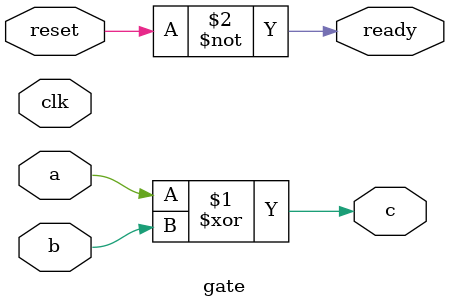
<source format=v>
module gate (
    input wire clk,
    input wire reset,
    input wire a,
    input wire b,
    output wire ready,
    output wire c
    );

    assign c = a ^ b;
    assign ready = ~reset;

endmodule

</source>
